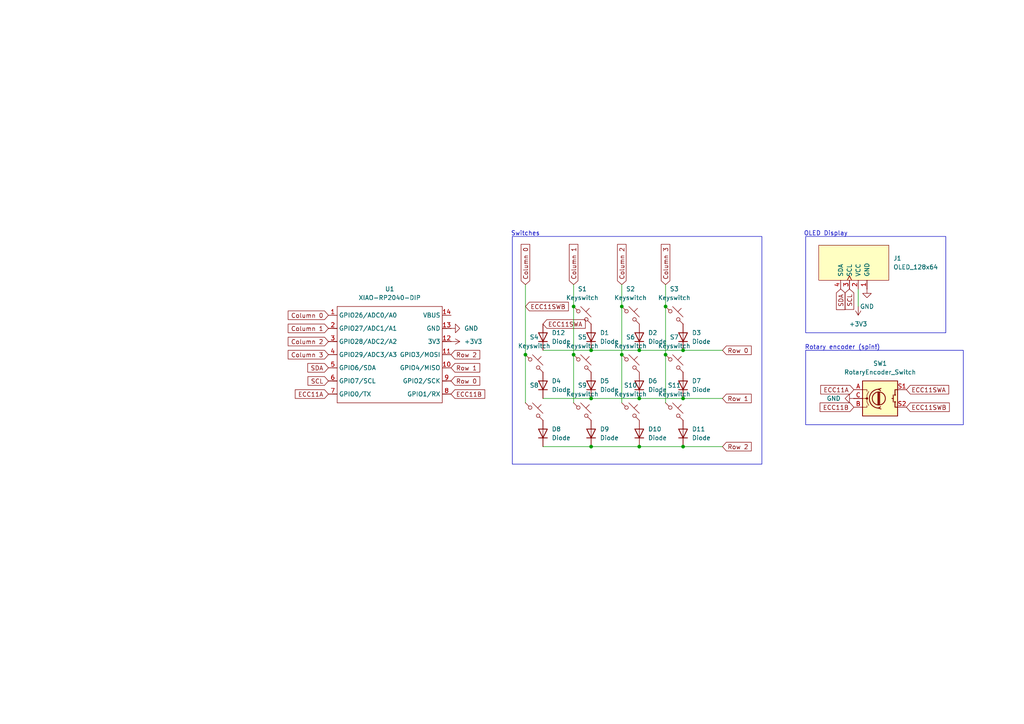
<source format=kicad_sch>
(kicad_sch (version 20231120) (generator "eeschema") (generator_version "8.0")
  (paper "A4")
  (lib_symbols
    (symbol "Device:RotaryEncoder_Switch" (pin_names (offset 0.254) hide)
      (property "Reference" "SW" (at 0 6.604 0))
      (property "Value" "RotaryEncoder_Switch" (at 0 -6.604 0))
      (symbol "RotaryEncoder_Switch_0_1"
        (rectangle (start -5.08 5.08) (end 5.08 -5.08) (stroke (width 0.254)) (fill (type background)))
        (circle (center -3.81 0) (radius 0.254) (fill (type outline)))
        (circle (center -0.381 0) (radius 1.905) (stroke (width 0.254)))
        (arc (start -0.381 2.667) (mid -3.0988 -0.0635) (end -0.381 -2.794) (stroke (width 0.254)))
        (polyline (pts (xy -0.635 -1.778) (xy -0.635 1.778)) (stroke (width 0.254)))
        (polyline (pts (xy -0.381 -1.778) (xy -0.381 1.778)) (stroke (width 0.254)))
        (polyline (pts (xy -0.127 1.778) (xy -0.127 -1.778)) (stroke (width 0.254)))
        (polyline (pts (xy 3.81 0) (xy 3.429 0)) (stroke (width 0.254)))
        (polyline (pts (xy 3.81 1.016) (xy 3.81 -1.016)) (stroke (width 0.254)))
        (polyline (pts (xy -5.08 -2.54) (xy -3.81 -2.54) (xy -3.81 -2.032)))
        (polyline (pts (xy -5.08 2.54) (xy -3.81 2.54) (xy -3.81 2.032)))
        (polyline (pts (xy 0.254 -3.048) (xy -0.508 -2.794) (xy 0.127 -2.413)) (stroke (width 0.254)))
        (polyline (pts (xy 0.254 2.921) (xy -0.508 2.667) (xy 0.127 2.286)) (stroke (width 0.254)))
        (polyline (pts (xy 5.08 -2.54) (xy 4.318 -2.54) (xy 4.318 -1.016)) (stroke (width 0.254)))
        (polyline (pts (xy 5.08 2.54) (xy 4.318 2.54) (xy 4.318 1.016)) (stroke (width 0.254)))
        (polyline (pts (xy -5.08 0) (xy -3.81 0) (xy -3.81 -1.016) (xy -3.302 -2.032)))
        (polyline (pts (xy -4.318 0) (xy -3.81 0) (xy -3.81 1.016) (xy -3.302 2.032)))
        (circle (center 4.318 -1.016) (radius 0.127) (stroke (width 0.254)))
        (circle (center 4.318 1.016) (radius 0.127) (stroke (width 0.254)))
      )
      (symbol "RotaryEncoder_Switch_1_1"
        (pin passive line (at -7.62 2.54 0) (length 2.54) (name "A") (number "A"))
        (pin passive line (at -7.62 -2.54 0) (length 2.54) (name "B") (number "B"))
        (pin passive line (at -7.62 0 0) (length 2.54) (name "C") (number "C"))
        (pin passive line (at 7.62 2.54 180) (length 2.54) (name "S1") (number "S1"))
        (pin passive line (at 7.62 -2.54 180) (length 2.54) (name "S2") (number "S2"))
      )
    )
    (symbol "ScottoKeebs:OLED_128x64" (pin_names (offset 1.016))
      (property "Reference" "J" (at 0 -11.43 0))
      (property "Value" "OLED_128x64" (at 0 -7.62 0))
      (symbol "OLED_128x64_0_1"
        (rectangle (start 10.16 -10.16) (end -10.16 0) (fill (type background)))
      )
      (symbol "OLED_128x64_1_1"
        (pin power_in line (at -3.81 2.54 270) (length 2.54) (name "GND") (number "1"))
        (pin power_in line (at -1.27 2.54 270) (length 2.54) (name "VCC") (number "2"))
        (pin input clock (at 1.27 2.54 270) (length 2.54) (name "SCL") (number "3"))
        (pin bidirectional line (at 3.81 2.54 270) (length 2.54) (name "SDA") (number "4"))
      )
    )
    (symbol "ScottoKeebs:Placeholder_Diode" (pin_numbers hide) (pin_names hide)
      (property "Reference" "D" (at 0 2.54 0))
      (property "Value" "Diode" (at 0 -2.54 0))
      (symbol "Placeholder_Diode_0_1"
        (polyline (pts (xy -1.27 1.27) (xy -1.27 -1.27)) (stroke (width 0.254)))
        (polyline (pts (xy 1.27 0) (xy -1.27 0)))
        (polyline (pts (xy 1.27 1.27) (xy 1.27 -1.27) (xy -1.27 0) (xy 1.27 1.27)) (stroke (width 0.254)))
      )
      (symbol "Placeholder_Diode_1_1"
        (pin passive line (at -3.81 0 0) (length 2.54) (name "K") (number "1"))
        (pin passive line (at 3.81 0 180) (length 2.54) (name "A") (number "2"))
      )
    )
    (symbol "ScottoKeebs:Placeholder_Keyswitch" (pin_numbers hide) (pin_names (offset 1.016) hide)
      (property "Reference" "S" (at 3.048 1.016 0))
      (property "Value" "Keyswitch" (at 0 -3.81 0))
      (symbol "Placeholder_Keyswitch_0_1"
        (circle (center -1.1684 1.1684) (radius 0.508))
        (polyline (pts (xy -0.508 2.54) (xy 2.54 -0.508)))
        (polyline (pts (xy 1.016 1.016) (xy 2.032 2.032)))
        (polyline (pts (xy -2.54 2.54) (xy -1.524 1.524) (xy -1.524 1.524)))
        (polyline (pts (xy 1.524 -1.524) (xy 2.54 -2.54) (xy 2.54 -2.54) (xy 2.54 -2.54)))
        (circle (center 1.143 -1.1938) (radius 0.508))
        (pin passive line (at -2.54 2.54 0) (length 0) (name "1") (number "1"))
        (pin passive line (at 2.54 -2.54 180) (length 0) (name "2") (number "2"))
      )
    )
    (symbol "Seeed_Studio_XIAO_Series:XIAO-RP2040-DIP"
      (property "Reference" "U" (at 0 0 0))
      (property "Value" "XIAO-RP2040-DIP" (at 5.334 -1.778 0))
      (symbol "XIAO-RP2040-DIP_1_0"
        (polyline (pts (xy -1.27 -30.48) (xy -1.27 -16.51)) (stroke (width 0.1524)))
        (polyline (pts (xy -1.27 -27.94) (xy -2.54 -27.94)) (stroke (width 0.1524)))
        (polyline (pts (xy -1.27 -24.13) (xy -2.54 -24.13)) (stroke (width 0.1524)))
        (polyline (pts (xy -1.27 -20.32) (xy -2.54 -20.32)) (stroke (width 0.1524)))
        (polyline (pts (xy -1.27 -16.51) (xy -2.54 -16.51)) (stroke (width 0.1524)))
        (polyline (pts (xy -1.27 -16.51) (xy -1.27 -12.7)) (stroke (width 0.1524)))
        (polyline (pts (xy -1.27 -12.7) (xy -2.54 -12.7)) (stroke (width 0.1524)))
        (polyline (pts (xy -1.27 -12.7) (xy -1.27 -8.89)) (stroke (width 0.1524)))
        (polyline (pts (xy -1.27 -8.89) (xy -2.54 -8.89)) (stroke (width 0.1524)))
        (polyline (pts (xy -1.27 -8.89) (xy -1.27 -5.08)) (stroke (width 0.1524)))
        (polyline (pts (xy -1.27 -5.08) (xy -2.54 -5.08)) (stroke (width 0.1524)))
        (polyline (pts (xy -1.27 -5.08) (xy -1.27 -2.54)) (stroke (width 0.1524)))
        (polyline (pts (xy -1.27 -2.54) (xy 29.21 -2.54)) (stroke (width 0.1524)))
        (polyline (pts (xy 29.21 -30.48) (xy -1.27 -30.48)) (stroke (width 0.1524)))
        (polyline (pts (xy 29.21 -12.7) (xy 29.21 -30.48)) (stroke (width 0.1524)))
        (polyline (pts (xy 29.21 -8.89) (xy 29.21 -12.7)) (stroke (width 0.1524)))
        (polyline (pts (xy 29.21 -5.08) (xy 29.21 -8.89)) (stroke (width 0.1524)))
        (polyline (pts (xy 29.21 -2.54) (xy 29.21 -5.08)) (stroke (width 0.1524)))
        (polyline (pts (xy 30.48 -27.94) (xy 29.21 -27.94)) (stroke (width 0.1524)))
        (polyline (pts (xy 30.48 -24.13) (xy 29.21 -24.13)) (stroke (width 0.1524)))
        (polyline (pts (xy 30.48 -20.32) (xy 29.21 -20.32)) (stroke (width 0.1524)))
        (polyline (pts (xy 30.48 -16.51) (xy 29.21 -16.51)) (stroke (width 0.1524)))
        (polyline (pts (xy 30.48 -12.7) (xy 29.21 -12.7)) (stroke (width 0.1524)))
        (polyline (pts (xy 30.48 -8.89) (xy 29.21 -8.89)) (stroke (width 0.1524)))
        (polyline (pts (xy 30.48 -5.08) (xy 29.21 -5.08)) (stroke (width 0.1524)))
        (pin passive line (at -3.81 -5.08 0) (length 2.54) (name "GPIO26/ADC0/A0") (number "1"))
        (pin passive line (at 31.75 -20.32 180) (length 2.54) (name "GPIO4/MISO") (number "10"))
        (pin passive line (at 31.75 -16.51 180) (length 2.54) (name "GPIO3/MOSI") (number "11"))
        (pin passive line (at 31.75 -12.7 180) (length 2.54) (name "3V3") (number "12"))
        (pin passive line (at 31.75 -8.89 180) (length 2.54) (name "GND") (number "13"))
        (pin passive line (at 31.75 -5.08 180) (length 2.54) (name "VBUS") (number "14"))
        (pin passive line (at -3.81 -8.89 0) (length 2.54) (name "GPIO27/ADC1/A1") (number "2"))
        (pin passive line (at -3.81 -12.7 0) (length 2.54) (name "GPIO28/ADC2/A2") (number "3"))
        (pin passive line (at -3.81 -16.51 0) (length 2.54) (name "GPIO29/ADC3/A3") (number "4"))
        (pin passive line (at -3.81 -20.32 0) (length 2.54) (name "GPIO6/SDA") (number "5"))
        (pin passive line (at -3.81 -24.13 0) (length 2.54) (name "GPIO7/SCL") (number "6"))
        (pin passive line (at -3.81 -27.94 0) (length 2.54) (name "GPIO0/TX") (number "7"))
        (pin passive line (at 31.75 -27.94 180) (length 2.54) (name "GPIO1/RX") (number "8"))
        (pin passive line (at 31.75 -24.13 180) (length 2.54) (name "GPIO2/SCK") (number "9"))
      )
    )
    (symbol "power:+3V3" (power) (pin_numbers hide) (pin_names (offset 0) hide)
      (property "Value" "+3V3" (at 0 3.556 0))
      (symbol "+3V3_0_1"
        (polyline (pts (xy -0.762 1.27) (xy 0 2.54)))
        (polyline (pts (xy 0 0) (xy 0 2.54)))
        (polyline (pts (xy 0 2.54) (xy 0.762 1.27)))
      )
      (symbol "+3V3_1_1"
        (pin power_in line (at 0 0 90) (length 0) (name "~") (number "1"))
      )
    )
    (symbol "power:GND" (power) (pin_numbers hide) (pin_names (offset 0) hide)
      (property "Value" "GND" (at 0 -3.81 0))
      (symbol "GND_0_1"
        (polyline (pts (xy 0 0) (xy 0 -1.27) (xy 1.27 -1.27) (xy 0 -2.54) (xy -1.27 -1.27) (xy 0 -1.27)))
      )
      (symbol "GND_1_1"
        (pin power_in line (at 0 0 270) (length 0) (name "~") (number "1"))
      )
    )
  )
  (junction (at 185.42 115.57))
  (junction (at 166.37 102.87))
  (junction (at 171.45 101.6))
  (junction (at 152.4 102.87))
  (junction (at 193.04 102.87))
  (junction (at 198.12 129.54))
  (junction (at 166.37 88.9))
  (junction (at 185.42 101.6))
  (junction (at 180.34 102.87))
  (junction (at 193.04 88.9))
  (junction (at 198.12 101.6))
  (junction (at 198.12 115.57))
  (junction (at 171.45 115.57))
  (junction (at 185.42 129.54))
  (junction (at 171.45 129.54))
  (junction (at 180.34 88.9))
  (wire (pts (xy 157.48 115.57) (xy 171.45 115.57)))
  (wire (pts (xy 166.37 88.9) (xy 166.37 102.87)))
  (wire (pts (xy 193.04 88.9) (xy 193.04 102.87)))
  (wire (pts (xy 185.42 129.54) (xy 198.12 129.54)))
  (wire (pts (xy 157.48 101.6) (xy 171.45 101.6)))
  (wire (pts (xy 180.34 102.87) (xy 180.34 116.84)))
  (wire (pts (xy 180.34 88.9) (xy 180.34 102.87)))
  (wire (pts (xy 152.4 116.84) (xy 152.4 102.87)))
  (wire (pts (xy 157.48 129.54) (xy 171.45 129.54)))
  (wire (pts (xy 198.12 101.6) (xy 209.55 101.6)))
  (wire (pts (xy 193.04 102.87) (xy 193.04 116.84)))
  (wire (pts (xy 185.42 115.57) (xy 198.12 115.57)))
  (wire (pts (xy 152.4 82.55) (xy 152.4 102.87)))
  (wire (pts (xy 171.45 129.54) (xy 185.42 129.54)))
  (wire (pts (xy 166.37 116.84) (xy 166.37 102.87)))
  (wire (pts (xy 171.45 115.57) (xy 185.42 115.57)))
  (wire (pts (xy 180.34 82.55) (xy 180.34 88.9)))
  (wire (pts (xy 171.45 101.6) (xy 185.42 101.6)))
  (wire (pts (xy 248.92 88.9) (xy 248.92 83.82)))
  (wire (pts (xy 166.37 82.55) (xy 166.37 88.9)))
  (wire (pts (xy 185.42 101.6) (xy 198.12 101.6)))
  (wire (pts (xy 198.12 115.57) (xy 209.55 115.57)))
  (wire (pts (xy 193.04 82.55) (xy 193.04 88.9)))
  (wire (pts (xy 198.12 129.54) (xy 209.55 129.54)))
  (rectangle (start 233.68 101.6) (end 279.4 123.19))
  (rectangle (start 148.59 68.58) (end 220.98 134.62))
  (rectangle (start 233.68 68.58) (end 274.32 96.52))
  (text "Switches" (at 152.4 67.818 0) (effects (font (size 1.27 1.27))))
  (text "Rotary encoder (spin!)" (at 244.348 100.838 0) (effects (font (size 1.27 1.27))))
  (text "OLED Display" (at 239.522 67.818 0) (effects (font (size 1.27 1.27))))
  (global_label "Row 1" (shape input) (at 130.81 106.68 0) (property "Intersheetrefs" "${INTERSHEET_REFS}" (effects (hide yes))))
  (global_label "Row 0" (shape input) (at 209.55 101.6 0) (property "Intersheetrefs" "${INTERSHEET_REFS}" (effects (hide yes))))
  (global_label "ECC11B" (shape input) (at 130.81 114.3 0) (property "Intersheetrefs" "${INTERSHEET_REFS}" (effects (hide yes))))
  (global_label "ECC11A" (shape input) (at 95.25 114.3 180) (property "Intersheetrefs" "${INTERSHEET_REFS}" (effects (hide yes))))
  (global_label "SCL" (shape input) (at 246.38 83.82 270) (property "Intersheetrefs" "${INTERSHEET_REFS}" (effects (hide yes))))
  (global_label "Column 2" (shape input) (at 180.34 82.55 90) (property "Intersheetrefs" "${INTERSHEET_REFS}" (effects (hide yes))))
  (global_label "Row 1" (shape input) (at 209.55 115.57 0) (property "Intersheetrefs" "${INTERSHEET_REFS}" (effects (hide yes))))
  (global_label "Column 1" (shape input) (at 166.37 82.55 90) (property "Intersheetrefs" "${INTERSHEET_REFS}" (effects (hide yes))))
  (global_label "SDA" (shape input) (at 243.84 83.82 270) (property "Intersheetrefs" "${INTERSHEET_REFS}" (effects (hide yes))))
  (global_label "SCL" (shape input) (at 95.25 110.49 180) (property "Intersheetrefs" "${INTERSHEET_REFS}" (effects (hide yes))))
  (global_label "Column 1" (shape input) (at 95.25 95.25 180) (property "Intersheetrefs" "${INTERSHEET_REFS}" (effects (hide yes))))
  (global_label "ECC11B" (shape input) (at 247.65 118.11 180) (property "Intersheetrefs" "${INTERSHEET_REFS}" (effects (hide yes))))
  (global_label "Column 3" (shape input) (at 193.04 82.55 90) (property "Intersheetrefs" "${INTERSHEET_REFS}" (effects (hide yes))))
  (global_label "ECC11A" (shape input) (at 247.65 113.03 180) (property "Intersheetrefs" "${INTERSHEET_REFS}" (effects (hide yes))))
  (global_label "SDA" (shape input) (at 95.25 106.68 180) (property "Intersheetrefs" "${INTERSHEET_REFS}" (effects (hide yes))))
  (global_label "Row 2" (shape input) (at 209.55 129.54 0) (property "Intersheetrefs" "${INTERSHEET_REFS}" (effects (hide yes))))
  (global_label "ECC11SWB" (shape input) (at 262.89 118.11 0) (property "Intersheetrefs" "${INTERSHEET_REFS}" (effects (hide yes))))
  (global_label "ECC11SWA" (shape input) (at 262.89 113.03 0) (property "Intersheetrefs" "${INTERSHEET_REFS}" (effects (hide yes))))
  (global_label "ECC11SWA" (shape input) (at 157.48 93.98 0) (property "Intersheetrefs" "${INTERSHEET_REFS}" (effects (hide yes))))
  (global_label "Row 0" (shape input) (at 130.81 110.49 0) (property "Intersheetrefs" "${INTERSHEET_REFS}" (effects (hide yes))))
  (global_label "Column 0" (shape input) (at 152.4 82.55 90) (property "Intersheetrefs" "${INTERSHEET_REFS}" (effects (hide yes))))
  (global_label "ECC11SWB" (shape input) (at 152.4 88.9 0) (property "Intersheetrefs" "${INTERSHEET_REFS}" (effects (hide yes))))
  (global_label "Column 2" (shape input) (at 95.25 99.06 180) (property "Intersheetrefs" "${INTERSHEET_REFS}" (effects (hide yes))))
  (global_label "Column 3" (shape input) (at 95.25 102.87 180) (property "Intersheetrefs" "${INTERSHEET_REFS}" (effects (hide yes))))
  (global_label "Column 0" (shape input) (at 95.25 91.44 180) (property "Intersheetrefs" "${INTERSHEET_REFS}" (effects (hide yes))))
  (global_label "Row 2" (shape input) (at 130.81 102.87 0) (property "Intersheetrefs" "${INTERSHEET_REFS}" (effects (hide yes))))
  (symbol (lib_id "ScottoKeebs:Placeholder_Diode") (at 198.12 97.79 90) (unit 1)
    (property "Reference" "D3" (at 200.66 96.5199 90) (effects (justify right)))
    (property "Value" "Diode" (at 200.66 99.0599 90) (effects (justify right)))
    (property "Footprint" "ScottoKeebs_Components:Diode_DO-35" (effects (hide yes)))
    (property "Description" "1N4148 (DO-35) or 1N4148W (SOD-123)" (effects (hide yes)))
    (property "Sim.Device" "D" (effects (hide yes)))
    (property "Sim.Pins" "1=K 2=A" (effects (hide yes)))
  )
  (symbol (lib_id "Device:RotaryEncoder_Switch") (at 255.27 115.57 0) (unit 1)
    (property "Reference" "SW1" (at 255.27 105.41 0))
    (property "Value" "RotaryEncoder_Switch" (at 255.27 107.95 0))
    (property "Footprint" "Rotary_Encoder:RotaryEncoder_Alps_EC11E-Switch_Vertical_H20mm" (effects (hide yes)))
    (property "Description" "Rotary encoder, dual channel, incremental quadrate outputs, with switch" (effects (hide yes)))
  )
  (symbol (lib_id "ScottoKeebs:Placeholder_Diode") (at 185.42 125.73 90) (unit 1)
    (property "Reference" "D10" (at 187.96 124.4599 90) (effects (justify right)))
    (property "Value" "Diode" (at 187.96 126.9999 90) (effects (justify right)))
    (property "Footprint" "ScottoKeebs_Components:Diode_DO-35" (effects (hide yes)))
    (property "Description" "1N4148 (DO-35) or 1N4148W (SOD-123)" (effects (hide yes)))
    (property "Sim.Device" "D" (effects (hide yes)))
    (property "Sim.Pins" "1=K 2=A" (effects (hide yes)))
  )
  (symbol (lib_id "ScottoKeebs:Placeholder_Keyswitch") (at 168.91 105.41 0) (unit 1)
    (property "Reference" "S5" (at 168.91 97.79 0))
    (property "Value" "Keyswitch" (at 168.91 100.33 0))
    (property "Footprint" "ScottoKeebs_MX:MX_PCB_1.00u" (effects (hide yes)))
    (property "Description" "Push button switch, normally open, two pins, 45° tilted" (effects (hide yes)))
  )
  (symbol (lib_id "ScottoKeebs:Placeholder_Diode") (at 198.12 111.76 90) (unit 1)
    (property "Reference" "D7" (at 200.66 110.4899 90) (effects (justify right)))
    (property "Value" "Diode" (at 200.66 113.0299 90) (effects (justify right)))
    (property "Footprint" "ScottoKeebs_Components:Diode_DO-35" (effects (hide yes)))
    (property "Description" "1N4148 (DO-35) or 1N4148W (SOD-123)" (effects (hide yes)))
    (property "Sim.Device" "D" (effects (hide yes)))
    (property "Sim.Pins" "1=K 2=A" (effects (hide yes)))
  )
  (symbol (lib_id "ScottoKeebs:Placeholder_Diode") (at 157.48 97.79 90) (unit 1)
    (property "Reference" "D12" (at 160.02 96.5199 90) (effects (justify right)))
    (property "Value" "Diode" (at 160.02 99.0599 90) (effects (justify right)))
    (property "Footprint" "ScottoKeebs_Components:Diode_DO-35" (effects (hide yes)))
    (property "Description" "1N4148 (DO-35) or 1N4148W (SOD-123)" (effects (hide yes)))
    (property "Sim.Device" "D" (effects (hide yes)))
    (property "Sim.Pins" "1=K 2=A" (effects (hide yes)))
  )
  (symbol (lib_id "ScottoKeebs:Placeholder_Diode") (at 171.45 125.73 90) (unit 1)
    (property "Reference" "D9" (at 173.99 124.4599 90) (effects (justify right)))
    (property "Value" "Diode" (at 173.99 126.9999 90) (effects (justify right)))
    (property "Footprint" "ScottoKeebs_Components:Diode_DO-35" (effects (hide yes)))
    (property "Description" "1N4148 (DO-35) or 1N4148W (SOD-123)" (effects (hide yes)))
    (property "Sim.Device" "D" (effects (hide yes)))
    (property "Sim.Pins" "1=K 2=A" (effects (hide yes)))
  )
  (symbol (lib_id "ScottoKeebs:Placeholder_Keyswitch") (at 154.94 119.38 0) (unit 1)
    (property "Reference" "S8" (at 154.94 111.76 0))
    (property "Value" "Keyswitch" (effects (hide yes)))
    (property "Footprint" "ScottoKeebs_MX:MX_PCB_1.00u" (effects (hide yes)))
    (property "Description" "Push button switch, normally open, two pins, 45° tilted" (effects (hide yes)))
  )
  (symbol (lib_id "ScottoKeebs:Placeholder_Diode") (at 157.48 125.73 90) (unit 1)
    (property "Reference" "D8" (at 160.02 124.4599 90) (effects (justify right)))
    (property "Value" "Diode" (at 160.02 126.9999 90) (effects (justify right)))
    (property "Footprint" "ScottoKeebs_Components:Diode_DO-35" (effects (hide yes)))
    (property "Description" "1N4148 (DO-35) or 1N4148W (SOD-123)" (effects (hide yes)))
    (property "Sim.Device" "D" (effects (hide yes)))
    (property "Sim.Pins" "1=K 2=A" (effects (hide yes)))
  )
  (symbol (lib_id "ScottoKeebs:Placeholder_Diode") (at 171.45 97.79 90) (unit 1)
    (property "Reference" "D1" (at 173.99 96.5199 90) (effects (justify right)))
    (property "Value" "Diode" (at 173.99 99.0599 90) (effects (justify right)))
    (property "Footprint" "ScottoKeebs_Components:Diode_DO-35" (effects (hide yes)))
    (property "Description" "1N4148 (DO-35) or 1N4148W (SOD-123)" (effects (hide yes)))
    (property "Sim.Device" "D" (effects (hide yes)))
    (property "Sim.Pins" "1=K 2=A" (effects (hide yes)))
  )
  (symbol (lib_id "ScottoKeebs:Placeholder_Keyswitch") (at 154.94 105.41 0) (unit 1)
    (property "Reference" "S4" (at 154.94 97.79 0))
    (property "Value" "Keyswitch" (at 154.94 100.33 0))
    (property "Footprint" "ScottoKeebs_MX:MX_PCB_1.00u" (effects (hide yes)))
    (property "Description" "Push button switch, normally open, two pins, 45° tilted" (effects (hide yes)))
  )
  (symbol (lib_id "Seeed_Studio_XIAO_Series:XIAO-RP2040-DIP") (at 99.06 86.36 0) (unit 1)
    (property "Reference" "U1" (at 113.03 83.82 0))
    (property "Value" "XIAO-RP2040-DIP" (at 113.03 86.36 0))
    (property "Footprint" "Seeed Studio XIAO Series Library:MOUDLE14P-2.54-21X17.8MM" (effects (hide yes)))
  )
  (symbol (lib_id "ScottoKeebs:Placeholder_Keyswitch") (at 195.58 91.44 0) (unit 1)
    (property "Reference" "S3" (at 195.58 83.82 0))
    (property "Value" "Keyswitch" (at 195.58 86.36 0))
    (property "Footprint" "ScottoKeebs_MX:MX_PCB_1.00u" (effects (hide yes)))
    (property "Description" "Push button switch, normally open, two pins, 45° tilted" (effects (hide yes)))
  )
  (symbol (lib_id "power:GND") (at 251.46 83.82 0) (unit 1)
    (property "Reference" "#PWR02" (effects (hide yes)))
    (property "Value" "GND" (at 251.46 88.9 0))
    (property "Description" "Power symbol creates a global label with name \"GND\" , ground" (effects (hide yes)))
  )
  (symbol (lib_id "ScottoKeebs:Placeholder_Keyswitch") (at 182.88 119.38 0) (unit 1)
    (property "Reference" "S10" (at 182.88 111.76 0))
    (property "Value" "Keyswitch" (at 182.88 114.3 0))
    (property "Footprint" "ScottoKeebs_MX:MX_PCB_1.00u" (effects (hide yes)))
    (property "Description" "Push button switch, normally open, two pins, 45° tilted" (effects (hide yes)))
  )
  (symbol (lib_id "ScottoKeebs:Placeholder_Diode") (at 185.42 97.79 90) (unit 1)
    (property "Reference" "D2" (at 187.96 96.5199 90) (effects (justify right)))
    (property "Value" "Diode" (at 187.96 99.0599 90) (effects (justify right)))
    (property "Footprint" "ScottoKeebs_Components:Diode_DO-35" (effects (hide yes)))
    (property "Description" "1N4148 (DO-35) or 1N4148W (SOD-123)" (effects (hide yes)))
    (property "Sim.Device" "D" (effects (hide yes)))
    (property "Sim.Pins" "1=K 2=A" (effects (hide yes)))
  )
  (symbol (lib_id "ScottoKeebs:Placeholder_Keyswitch") (at 195.58 119.38 0) (unit 1)
    (property "Reference" "S11" (at 195.58 111.76 0))
    (property "Value" "Keyswitch" (at 195.58 114.3 0))
    (property "Footprint" "ScottoKeebs_MX:MX_PCB_1.00u" (effects (hide yes)))
    (property "Description" "Push button switch, normally open, two pins, 45° tilted" (effects (hide yes)))
  )
  (symbol (lib_id "power:+3V3") (at 130.81 99.06 270) (unit 1)
    (property "Reference" "#PWR04" (effects (hide yes)))
    (property "Value" "+3V3" (at 134.62 99.0599 90) (effects (justify left)))
    (property "Description" "Power symbol creates a global label with name \"+3V3\"" (effects (hide yes)))
  )
  (symbol (lib_id "power:+3V3") (at 248.92 88.9 180) (unit 1)
    (property "Reference" "#PWR01" (effects (hide yes)))
    (property "Value" "+3V3" (at 248.92 93.98 0))
    (property "Description" "Power symbol creates a global label with name \"+3V3\"" (effects (hide yes)))
  )
  (symbol (lib_id "ScottoKeebs:Placeholder_Keyswitch") (at 168.91 119.38 0) (unit 1)
    (property "Reference" "S9" (at 168.91 111.76 0))
    (property "Value" "Keyswitch" (at 168.91 114.3 0))
    (property "Footprint" "ScottoKeebs_MX:MX_PCB_1.00u" (effects (hide yes)))
    (property "Description" "Push button switch, normally open, two pins, 45° tilted" (effects (hide yes)))
  )
  (symbol (lib_id "ScottoKeebs:Placeholder_Keyswitch") (at 182.88 91.44 0) (unit 1)
    (property "Reference" "S2" (at 182.88 83.82 0))
    (property "Value" "Keyswitch" (at 182.88 86.36 0))
    (property "Footprint" "ScottoKeebs_MX:MX_PCB_1.00u" (effects (hide yes)))
    (property "Description" "Push button switch, normally open, two pins, 45° tilted" (effects (hide yes)))
  )
  (symbol (lib_id "ScottoKeebs:Placeholder_Diode") (at 198.12 125.73 90) (unit 1)
    (property "Reference" "D11" (at 200.66 124.4599 90) (effects (justify right)))
    (property "Value" "Diode" (at 200.66 126.9999 90) (effects (justify right)))
    (property "Footprint" "ScottoKeebs_Components:Diode_DO-35" (effects (hide yes)))
    (property "Description" "1N4148 (DO-35) or 1N4148W (SOD-123)" (effects (hide yes)))
    (property "Sim.Device" "D" (effects (hide yes)))
    (property "Sim.Pins" "1=K 2=A" (effects (hide yes)))
  )
  (symbol (lib_id "ScottoKeebs:Placeholder_Keyswitch") (at 182.88 105.41 0) (unit 1)
    (property "Reference" "S6" (at 182.88 97.79 0))
    (property "Value" "Keyswitch" (at 182.88 100.33 0))
    (property "Footprint" "ScottoKeebs_MX:MX_PCB_1.00u" (effects (hide yes)))
    (property "Description" "Push button switch, normally open, two pins, 45° tilted" (effects (hide yes)))
  )
  (symbol (lib_id "ScottoKeebs:Placeholder_Diode") (at 157.48 111.76 90) (unit 1)
    (property "Reference" "D4" (at 160.02 110.4899 90) (effects (justify right)))
    (property "Value" "Diode" (at 160.02 113.0299 90) (effects (justify right)))
    (property "Footprint" "ScottoKeebs_Components:Diode_DO-35" (effects (hide yes)))
    (property "Description" "1N4148 (DO-35) or 1N4148W (SOD-123)" (effects (hide yes)))
    (property "Sim.Device" "D" (effects (hide yes)))
    (property "Sim.Pins" "1=K 2=A" (effects (hide yes)))
  )
  (symbol (lib_id "ScottoKeebs:Placeholder_Keyswitch") (at 168.91 91.44 0) (unit 1)
    (property "Reference" "S1" (at 168.91 83.82 0))
    (property "Value" "Keyswitch" (at 168.91 86.36 0))
    (property "Footprint" "ScottoKeebs_MX:MX_PCB_1.00u" (effects (hide yes)))
    (property "Description" "Push button switch, normally open, two pins, 45° tilted" (effects (hide yes)))
  )
  (symbol (lib_id "power:GND") (at 247.65 115.57 270) (unit 1)
    (property "Reference" "#PWR05" (effects (hide yes)))
    (property "Value" "GND" (at 243.84 115.5699 90) (effects (justify right)))
    (property "Description" "Power symbol creates a global label with name \"GND\" , ground" (effects (hide yes)))
  )
  (symbol (lib_id "ScottoKeebs:OLED_128x64") (at 247.65 81.28 180) (unit 1)
    (property "Reference" "J1" (at 259.08 74.9299 0) (effects (justify right)))
    (property "Value" "OLED_128x64" (at 259.08 77.4699 0) (effects (justify right)))
    (property "Footprint" "0. Temp:MODULE_DM-OLED096-636" (effects (hide yes)))
  )
  (symbol (lib_id "ScottoKeebs:Placeholder_Diode") (at 171.45 111.76 90) (unit 1)
    (property "Reference" "D5" (at 173.99 110.4899 90) (effects (justify right)))
    (property "Value" "Diode" (at 173.99 113.0299 90) (effects (justify right)))
    (property "Footprint" "ScottoKeebs_Components:Diode_DO-35" (effects (hide yes)))
    (property "Description" "1N4148 (DO-35) or 1N4148W (SOD-123)" (effects (hide yes)))
    (property "Sim.Device" "D" (effects (hide yes)))
    (property "Sim.Pins" "1=K 2=A" (effects (hide yes)))
  )
  (symbol (lib_id "ScottoKeebs:Placeholder_Diode") (at 185.42 111.76 90) (unit 1)
    (property "Reference" "D6" (at 187.96 110.4899 90) (effects (justify right)))
    (property "Value" "Diode" (at 187.96 113.0299 90) (effects (justify right)))
    (property "Footprint" "ScottoKeebs_Components:Diode_DO-35" (effects (hide yes)))
    (property "Description" "1N4148 (DO-35) or 1N4148W (SOD-123)" (effects (hide yes)))
    (property "Sim.Device" "D" (effects (hide yes)))
    (property "Sim.Pins" "1=K 2=A" (effects (hide yes)))
  )
  (symbol (lib_id "ScottoKeebs:Placeholder_Keyswitch") (at 195.58 105.41 0) (unit 1)
    (property "Reference" "S7" (at 195.58 97.79 0))
    (property "Value" "Keyswitch" (at 195.58 100.33 0))
    (property "Footprint" "ScottoKeebs_MX:MX_PCB_1.00u" (effects (hide yes)))
    (property "Description" "Push button switch, normally open, two pins, 45° tilted" (effects (hide yes)))
  )
  (symbol (lib_id "power:GND") (at 130.81 95.25 90) (unit 1)
    (property "Reference" "#PWR03" (effects (hide yes)))
    (property "Value" "GND" (at 134.62 95.2499 90) (effects (justify right)))
    (property "Description" "Power symbol creates a global label with name \"GND\" , ground" (effects (hide yes)))
  )
)
</source>
